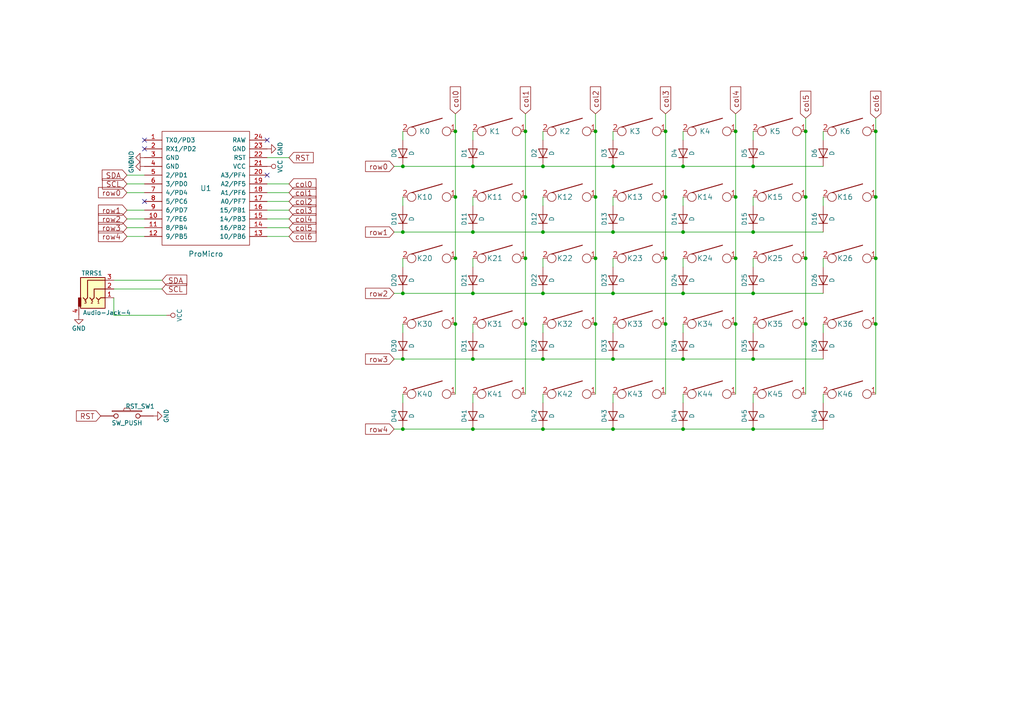
<source format=kicad_sch>
(kicad_sch (version 20211123) (generator eeschema)
  (paper "A4")
  (title_block (title "Redox keyboard (hotswap right)") (date "2018-05-05") (rev "1.0") (comment 1 "designed by Mattia Dal Ben") (comment 2 "https://github.com/mattdibi/redox-keyboard"))
  (lib_symbols
    (symbol "redox_rev1-rescue:Audio-Jack-4" (pin_names (offset 1.016))
      (property "Reference" "J" (at -1.27 2.032 0))
      (property "Value" "Audio-Jack-4" (at 3.048 -9.398 0))
      (symbol "Audio-Jack-4_0_0"
        (rectangle (start -4.572 -8.128) (end 2.54 0.762) (stroke (width 0.254)) (fill (type background)))
        (text "1" (at 0.635 -6.35 0) (effects (font (size 0.762 0.762))))
        (text "2" (at -1.27 -6.35 0) (effects (font (size 0.762 0.762))))
        (text "3" (at -3.175 -6.35 0) (effects (font (size 0.762 0.762))))
      )
      (symbol "Audio-Jack-4_0_1"
        (rectangle (start -4.445 -7.62) (end -5.207 -5.08) (fill (type outline)))
        (polyline (pts (xy 0 -5.08) (xy 0.635 -5.715) (xy 1.27 -5.08) (xy 2.54 -5.08)) (stroke (width 0.254)))
        (polyline (pts (xy -1.905 -5.08) (xy -1.27 -5.715) (xy -0.635 -5.08) (xy -0.635 -2.54) (xy 2.54 -2.54)) (stroke (width 0.254)))
        (polyline (pts (xy 2.54 0) (xy -2.54 0) (xy -2.54 -5.08) (xy -3.175 -5.715) (xy -3.81 -5.08)) (stroke (width 0.254)))
      )
      (symbol "Audio-Jack-4_1_1"
        (pin passive line (at 5.08 -5.08 180) (length 2.54) (name "~") (number "1"))
        (pin passive line (at 5.08 -2.54 180) (length 2.54) (name "~") (number "2"))
        (pin passive line (at 5.08 0 180) (length 2.54) (name "~") (number "3"))
        (pin passive line (at -5.08 -10.16 90) (length 2.54) (name "~") (number "4"))
      )
    )
    (symbol "redox_rev1-rescue:D" (pin_numbers hide) (pin_names (offset 1.016) hide)
      (property "Reference" "D" (at 0 2.54 0))
      (property "Value" "D" (at 0 -2.54 0))
      (symbol "D_0_1"
        (polyline (pts (xy -1.27 1.27) (xy -1.27 -1.27)) (stroke (width 0.2032)))
        (polyline (pts (xy 1.27 0) (xy -1.27 0)))
        (polyline (pts (xy 1.27 1.27) (xy 1.27 -1.27) (xy -1.27 0) (xy 1.27 1.27)) (stroke (width 0.2032)))
      )
      (symbol "D_1_1"
        (pin passive line (at -3.81 0 0) (length 2.54) (name "K") (number "1"))
        (pin passive line (at 3.81 0 180) (length 2.54) (name "A") (number "2"))
      )
    )
    (symbol "redox_rev1-rescue:GND" (power) (pin_names (offset 0))
      (property "Value" "GND" (at 0 -3.81 0))
      (symbol "GND_0_1"
        (polyline (pts (xy 0 0) (xy 0 -1.27) (xy 1.27 -1.27) (xy 0 -2.54) (xy -1.27 -1.27) (xy 0 -1.27)))
      )
      (symbol "GND_1_1"
        (pin power_in line (at 0 0 270) (length 0) hide (name "GND") (number "1"))
      )
    )
    (symbol "redox_rev1-rescue:KEYSW" (pin_names (offset 1.016))
      (property "Reference" "K?" (at -1.27 0 0))
      (symbol "KEYSW_0_1"
        (circle (center -5.08 0) (radius 1.27))
        (polyline (pts (xy -5.08 1.27) (xy 3.81 3.81)) (stroke (width 0.254)))
        (circle (center 5.08 0) (radius 1.27))
      )
      (symbol "KEYSW_1_1"
        (pin passive line (at 7.62 0 180) (length 1.27) (name "~") (number "1"))
        (pin passive line (at -7.62 0 0) (length 1.27) (name "~") (number "2"))
      )
    )
    (symbol "redox_rev1-rescue:ProMicro" (pin_names (offset 1.016))
      (property "Reference" "U" (at 0 0 0))
      (property "Value" "ProMicro" (at 0 -19.05 0))
      (symbol "ProMicro_0_1"
        (rectangle (start -12.7 -16.51) (end 12.7 16.51))
      )
      (symbol "ProMicro_1_1"
        (pin input line (at -17.78 13.97 0) (length 5.08) (name "TX0/PD3") (number "1"))
        (pin input line (at -17.78 -8.89 0) (length 5.08) (name "7/PE6") (number "10"))
        (pin input line (at -17.78 -11.43 0) (length 5.08) (name "8/PB4") (number "11"))
        (pin input line (at -17.78 -13.97 0) (length 5.08) (name "9/PB5") (number "12"))
        (pin input line (at 17.78 -13.97 180) (length 5.08) (name "10/PB6") (number "13"))
        (pin input line (at 17.78 -11.43 180) (length 5.08) (name "16/PB2") (number "14"))
        (pin input line (at 17.78 -8.89 180) (length 5.08) (name "14/PB3") (number "15"))
        (pin input line (at 17.78 -6.35 180) (length 5.08) (name "15/PB1") (number "16"))
        (pin input line (at 17.78 -3.81 180) (length 5.08) (name "A0/PF7") (number "17"))
        (pin input line (at 17.78 -1.27 180) (length 5.08) (name "A1/PF6") (number "18"))
        (pin input line (at 17.78 1.27 180) (length 5.08) (name "A2/PF5") (number "19"))
        (pin input line (at -17.78 11.43 0) (length 5.08) (name "RX1/PD2") (number "2"))
        (pin input line (at 17.78 3.81 180) (length 5.08) (name "A3/PF4") (number "20"))
        (pin input line (at 17.78 6.35 180) (length 5.08) (name "VCC") (number "21"))
        (pin input line (at 17.78 8.89 180) (length 5.08) (name "RST") (number "22"))
        (pin input line (at 17.78 11.43 180) (length 5.08) (name "GND") (number "23"))
        (pin input line (at 17.78 13.97 180) (length 5.08) (name "RAW") (number "24"))
        (pin input line (at -17.78 8.89 0) (length 5.08) (name "GND") (number "3"))
        (pin input line (at -17.78 6.35 0) (length 5.08) (name "GND") (number "4"))
        (pin input line (at -17.78 3.81 0) (length 5.08) (name "2/PD1") (number "5"))
        (pin input line (at -17.78 1.27 0) (length 5.08) (name "3/PD0") (number "6"))
        (pin input line (at -17.78 -1.27 0) (length 5.08) (name "4/PD4") (number "7"))
        (pin input line (at -17.78 -3.81 0) (length 5.08) (name "5/PC6") (number "8"))
        (pin input line (at -17.78 -6.35 0) (length 5.08) (name "6/PD7") (number "9"))
      )
    )
    (symbol "redox_rev1-rescue:SW_PUSH" (pin_numbers hide) (pin_names (offset 1.016) hide)
      (property "Reference" "SW" (at 3.81 2.794 0))
      (property "Value" "SW_PUSH" (at 0 -2.032 0))
      (symbol "SW_PUSH_0_1"
        (rectangle (start -4.318 1.27) (end 4.318 1.524))
        (polyline (pts (xy -1.016 1.524) (xy -0.762 2.286) (xy 0.762 2.286) (xy 1.016 1.524)))
        (pin passive inverted (at -7.62 0 0) (length 5.08) (name "1") (number "1"))
        (pin passive inverted (at 7.62 0 180) (length 5.08) (name "2") (number "2"))
      )
    )
    (symbol "redox_rev1-rescue:VCC" (power) (pin_names (offset 0))
      (property "Value" "VCC" (at 0 3.81 0))
      (symbol "VCC_0_1"
        (polyline (pts (xy 0 0) (xy 0 1.27)))
        (circle (center 0 1.905) (radius 0.635))
      )
      (symbol "VCC_1_1"
        (pin power_in line (at 0 0 90) (length 0) hide (name "VCC") (number "1"))
      )
    )
  )
  (junction (at 233.68 74.93))
  (junction (at 193.04 74.93))
  (junction (at 218.44 124.46))
  (junction (at 254 74.93))
  (junction (at 137.16 104.14))
  (junction (at 157.48 85.09))
  (junction (at 172.72 93.98))
  (junction (at 172.72 57.15))
  (junction (at 132.08 38.1))
  (junction (at 137.16 67.31))
  (junction (at 198.12 67.31))
  (junction (at 177.8 67.31))
  (junction (at 254 38.1))
  (junction (at 177.8 104.14))
  (junction (at 152.4 38.1))
  (junction (at 177.8 85.09))
  (junction (at 116.84 67.31))
  (junction (at 218.44 67.31))
  (junction (at 254 57.15))
  (junction (at 177.8 48.26))
  (junction (at 233.68 57.15))
  (junction (at 233.68 38.1))
  (junction (at 157.48 48.26))
  (junction (at 152.4 74.93))
  (junction (at 157.48 124.46))
  (junction (at 193.04 93.98))
  (junction (at 177.8 124.46))
  (junction (at 213.36 38.1))
  (junction (at 137.16 48.26))
  (junction (at 233.68 93.98))
  (junction (at 132.08 74.93))
  (junction (at 213.36 93.98))
  (junction (at 254 93.98))
  (junction (at 172.72 38.1))
  (junction (at 218.44 85.09))
  (junction (at 137.16 124.46))
  (junction (at 218.44 104.14))
  (junction (at 213.36 74.93))
  (junction (at 198.12 124.46))
  (junction (at 132.08 57.15))
  (junction (at 116.84 85.09))
  (junction (at 198.12 85.09))
  (junction (at 132.08 93.98))
  (junction (at 157.48 67.31))
  (junction (at 157.48 104.14))
  (junction (at 193.04 38.1))
  (junction (at 116.84 104.14))
  (junction (at 198.12 48.26))
  (junction (at 152.4 93.98))
  (junction (at 137.16 85.09))
  (junction (at 116.84 48.26))
  (junction (at 172.72 74.93))
  (junction (at 213.36 57.15))
  (junction (at 193.04 57.15))
  (junction (at 116.84 124.46))
  (junction (at 152.4 57.15))
  (junction (at 198.12 104.14))
  (junction (at 218.44 48.26))
  (no_connect (at 77.47 50.8))
  (no_connect (at 41.91 58.42))
  (no_connect (at 41.91 40.64))
  (no_connect (at 77.47 40.64))
  (no_connect (at 41.91 43.18))
  (wire (pts (xy 77.47 58.42) (xy 83.82 58.42)))
  (wire (pts (xy 33.02 81.28) (xy 46.99 81.28)))
  (wire (pts (xy 213.36 33.02) (xy 213.36 38.1)))
  (wire (pts (xy 33.02 86.36) (xy 33.02 91.44)))
  (wire (pts (xy 218.44 93.98) (xy 218.44 96.52)))
  (wire (pts (xy 137.16 67.31) (xy 157.48 67.31)))
  (wire (pts (xy 137.16 93.98) (xy 137.16 96.52)))
  (wire (pts (xy 132.08 38.1) (xy 132.08 57.15)))
  (wire (pts (xy 198.12 38.1) (xy 198.12 40.64)))
  (wire (pts (xy 177.8 67.31) (xy 198.12 67.31)))
  (wire (pts (xy 233.68 34.29) (xy 233.68 38.1)))
  (wire (pts (xy 177.8 48.26) (xy 198.12 48.26)))
  (wire (pts (xy 33.02 91.44) (xy 48.26 91.44)))
  (wire (pts (xy 177.8 93.98) (xy 177.8 96.52)))
  (wire (pts (xy 132.08 74.93) (xy 132.08 93.98)))
  (wire (pts (xy 137.16 85.09) (xy 157.48 85.09)))
  (wire (pts (xy 177.8 124.46) (xy 198.12 124.46)))
  (wire (pts (xy 77.47 68.58) (xy 83.82 68.58)))
  (wire (pts (xy 116.84 38.1) (xy 116.84 40.64)))
  (wire (pts (xy 116.84 124.46) (xy 137.16 124.46)))
  (wire (pts (xy 77.47 63.5) (xy 83.82 63.5)))
  (wire (pts (xy 152.4 74.93) (xy 152.4 93.98)))
  (wire (pts (xy 254 57.15) (xy 254 74.93)))
  (wire (pts (xy 152.4 57.15) (xy 152.4 74.93)))
  (wire (pts (xy 198.12 85.09) (xy 218.44 85.09)))
  (wire (pts (xy 114.3 104.14) (xy 116.84 104.14)))
  (wire (pts (xy 254 34.29) (xy 254 38.1)))
  (wire (pts (xy 193.04 57.15) (xy 193.04 74.93)))
  (wire (pts (xy 137.16 104.14) (xy 157.48 104.14)))
  (wire (pts (xy 218.44 114.3) (xy 218.44 116.84)))
  (wire (pts (xy 177.8 74.93) (xy 177.8 77.47)))
  (wire (pts (xy 218.44 85.09) (xy 238.76 85.09)))
  (wire (pts (xy 238.76 93.98) (xy 238.76 96.52)))
  (wire (pts (xy 36.83 68.58) (xy 41.91 68.58)))
  (wire (pts (xy 152.4 38.1) (xy 152.4 57.15)))
  (wire (pts (xy 238.76 74.93) (xy 238.76 77.47)))
  (wire (pts (xy 132.08 93.98) (xy 132.08 114.3)))
  (wire (pts (xy 254 74.93) (xy 254 93.98)))
  (wire (pts (xy 116.84 114.3) (xy 116.84 116.84)))
  (wire (pts (xy 172.72 93.98) (xy 172.72 114.3)))
  (wire (pts (xy 193.04 38.1) (xy 193.04 57.15)))
  (wire (pts (xy 218.44 48.26) (xy 238.76 48.26)))
  (wire (pts (xy 213.36 74.93) (xy 213.36 93.98)))
  (wire (pts (xy 238.76 38.1) (xy 238.76 40.64)))
  (wire (pts (xy 157.48 67.31) (xy 177.8 67.31)))
  (wire (pts (xy 172.72 38.1) (xy 172.72 57.15)))
  (wire (pts (xy 254 38.1) (xy 254 57.15)))
  (wire (pts (xy 77.47 53.34) (xy 83.82 53.34)))
  (wire (pts (xy 177.8 104.14) (xy 198.12 104.14)))
  (wire (pts (xy 218.44 67.31) (xy 238.76 67.31)))
  (wire (pts (xy 116.84 93.98) (xy 116.84 96.52)))
  (wire (pts (xy 177.8 85.09) (xy 198.12 85.09)))
  (wire (pts (xy 116.84 67.31) (xy 137.16 67.31)))
  (wire (pts (xy 137.16 38.1) (xy 137.16 40.64)))
  (wire (pts (xy 193.04 93.98) (xy 193.04 114.3)))
  (wire (pts (xy 193.04 74.93) (xy 193.04 93.98)))
  (wire (pts (xy 36.83 50.8) (xy 41.91 50.8)))
  (wire (pts (xy 218.44 124.46) (xy 238.76 124.46)))
  (wire (pts (xy 116.84 74.93) (xy 116.84 77.47)))
  (wire (pts (xy 116.84 48.26) (xy 137.16 48.26)))
  (wire (pts (xy 36.83 63.5) (xy 41.91 63.5)))
  (wire (pts (xy 36.83 55.88) (xy 41.91 55.88)))
  (wire (pts (xy 114.3 67.31) (xy 116.84 67.31)))
  (wire (pts (xy 157.48 74.93) (xy 157.48 77.47)))
  (wire (pts (xy 218.44 104.14) (xy 238.76 104.14)))
  (wire (pts (xy 137.16 114.3) (xy 137.16 116.84)))
  (wire (pts (xy 198.12 57.15) (xy 198.12 59.69)))
  (wire (pts (xy 157.48 104.14) (xy 177.8 104.14)))
  (wire (pts (xy 172.72 33.02) (xy 172.72 38.1)))
  (wire (pts (xy 114.3 85.09) (xy 116.84 85.09)))
  (wire (pts (xy 137.16 74.93) (xy 137.16 77.47)))
  (wire (pts (xy 114.3 48.26) (xy 116.84 48.26)))
  (wire (pts (xy 36.83 53.34) (xy 41.91 53.34)))
  (wire (pts (xy 132.08 57.15) (xy 132.08 74.93)))
  (wire (pts (xy 198.12 114.3) (xy 198.12 116.84)))
  (wire (pts (xy 36.83 66.04) (xy 41.91 66.04)))
  (wire (pts (xy 193.04 33.02) (xy 193.04 38.1)))
  (wire (pts (xy 157.48 93.98) (xy 157.48 96.52)))
  (wire (pts (xy 116.84 85.09) (xy 137.16 85.09)))
  (wire (pts (xy 157.48 85.09) (xy 177.8 85.09)))
  (wire (pts (xy 177.8 114.3) (xy 177.8 116.84)))
  (wire (pts (xy 114.3 124.46) (xy 116.84 124.46)))
  (wire (pts (xy 238.76 57.15) (xy 238.76 59.69)))
  (wire (pts (xy 77.47 45.72) (xy 83.82 45.72)))
  (wire (pts (xy 213.36 93.98) (xy 213.36 114.3)))
  (wire (pts (xy 77.47 60.96) (xy 83.82 60.96)))
  (wire (pts (xy 137.16 48.26) (xy 157.48 48.26)))
  (wire (pts (xy 33.02 83.82) (xy 46.99 83.82)))
  (wire (pts (xy 77.47 66.04) (xy 83.82 66.04)))
  (wire (pts (xy 233.68 74.93) (xy 233.68 93.98)))
  (wire (pts (xy 238.76 114.3) (xy 238.76 116.84)))
  (wire (pts (xy 36.83 60.96) (xy 41.91 60.96)))
  (wire (pts (xy 218.44 57.15) (xy 218.44 59.69)))
  (wire (pts (xy 177.8 38.1) (xy 177.8 40.64)))
  (wire (pts (xy 213.36 57.15) (xy 213.36 74.93)))
  (wire (pts (xy 177.8 57.15) (xy 177.8 59.69)))
  (wire (pts (xy 137.16 57.15) (xy 137.16 59.69)))
  (wire (pts (xy 157.48 114.3) (xy 157.48 116.84)))
  (wire (pts (xy 233.68 93.98) (xy 233.68 114.3)))
  (wire (pts (xy 116.84 57.15) (xy 116.84 59.69)))
  (wire (pts (xy 116.84 104.14) (xy 137.16 104.14)))
  (wire (pts (xy 77.47 55.88) (xy 83.82 55.88)))
  (wire (pts (xy 152.4 93.98) (xy 152.4 114.3)))
  (wire (pts (xy 137.16 124.46) (xy 157.48 124.46)))
  (wire (pts (xy 198.12 124.46) (xy 218.44 124.46)))
  (wire (pts (xy 218.44 74.93) (xy 218.44 77.47)))
  (wire (pts (xy 233.68 38.1) (xy 233.68 57.15)))
  (wire (pts (xy 157.48 48.26) (xy 177.8 48.26)))
  (wire (pts (xy 157.48 57.15) (xy 157.48 59.69)))
  (wire (pts (xy 152.4 33.02) (xy 152.4 38.1)))
  (wire (pts (xy 254 93.98) (xy 254 114.3)))
  (wire (pts (xy 233.68 57.15) (xy 233.68 74.93)))
  (wire (pts (xy 157.48 38.1) (xy 157.48 40.64)))
  (wire (pts (xy 132.08 33.02) (xy 132.08 38.1)))
  (wire (pts (xy 218.44 38.1) (xy 218.44 40.64)))
  (wire (pts (xy 213.36 38.1) (xy 213.36 57.15)))
  (wire (pts (xy 198.12 67.31) (xy 218.44 67.31)))
  (wire (pts (xy 172.72 74.93) (xy 172.72 93.98)))
  (wire (pts (xy 198.12 74.93) (xy 198.12 77.47)))
  (wire (pts (xy 198.12 104.14) (xy 218.44 104.14)))
  (wire (pts (xy 157.48 124.46) (xy 177.8 124.46)))
  (wire (pts (xy 198.12 48.26) (xy 218.44 48.26)))
  (wire (pts (xy 172.72 57.15) (xy 172.72 74.93)))
  (wire (pts (xy 198.12 93.98) (xy 198.12 96.52)))
  (global_label "col6" (shape input) (at 254 34.29 90) (effects (font (size 1.524 1.524))) (property "Intersheet References" "${INTERSHEET_REFS}" (effects hide)))
  (global_label "row2" (shape input) (at 114.3 85.09 180) (effects (font (size 1.524 1.524))) (property "Intersheet References" "${INTERSHEET_REFS}" (effects hide)))
  (global_label "row4" (shape input) (at 114.3 124.46 180) (effects (font (size 1.524 1.524))) (property "Intersheet References" "${INTERSHEET_REFS}" (effects hide)))
  (global_label "col5" (shape input) (at 233.68 34.29 90) (effects (font (size 1.524 1.524))) (property "Intersheet References" "${INTERSHEET_REFS}" (effects hide)))
  (global_label "SDA" (shape input) (at 46.99 81.28 0) (effects (font (size 1.524 1.524))) (property "Intersheet References" "${INTERSHEET_REFS}" (effects hide)))
  (global_label "col0" (shape input) (at 132.08 33.02 90) (effects (font (size 1.524 1.524))) (property "Intersheet References" "${INTERSHEET_REFS}" (effects hide)))
  (global_label "row0" (shape input) (at 36.83 55.88 180) (effects (font (size 1.524 1.524))) (property "Intersheet References" "${INTERSHEET_REFS}" (effects hide)))
  (global_label "col1" (shape input) (at 83.82 55.88 0) (effects (font (size 1.524 1.524))) (property "Intersheet References" "${INTERSHEET_REFS}" (effects hide)))
  (global_label "RST" (shape input) (at 83.82 45.72 0) (effects (font (size 1.524 1.524))) (property "Intersheet References" "${INTERSHEET_REFS}" (effects hide)))
  (global_label "row2" (shape input) (at 36.83 63.5 180) (effects (font (size 1.524 1.524))) (property "Intersheet References" "${INTERSHEET_REFS}" (effects hide)))
  (global_label "col4" (shape input) (at 213.36 33.02 90) (effects (font (size 1.524 1.524))) (property "Intersheet References" "${INTERSHEET_REFS}" (effects hide)))
  (global_label "row3" (shape input) (at 36.83 66.04 180) (effects (font (size 1.524 1.524))) (property "Intersheet References" "${INTERSHEET_REFS}" (effects hide)))
  (global_label "col4" (shape input) (at 83.82 63.5 0) (effects (font (size 1.524 1.524))) (property "Intersheet References" "${INTERSHEET_REFS}" (effects hide)))
  (global_label "SCL" (shape input) (at 36.83 53.34 180) (effects (font (size 1.524 1.524))) (property "Intersheet References" "${INTERSHEET_REFS}" (effects hide)))
  (global_label "row0" (shape input) (at 114.3 48.26 180) (effects (font (size 1.524 1.524))) (property "Intersheet References" "${INTERSHEET_REFS}" (effects hide)))
  (global_label "col2" (shape input) (at 172.72 33.02 90) (effects (font (size 1.524 1.524))) (property "Intersheet References" "${INTERSHEET_REFS}" (effects hide)))
  (global_label "col3" (shape input) (at 193.04 33.02 90) (effects (font (size 1.524 1.524))) (property "Intersheet References" "${INTERSHEET_REFS}" (effects hide)))
  (global_label "col5" (shape input) (at 83.82 66.04 0) (effects (font (size 1.524 1.524))) (property "Intersheet References" "${INTERSHEET_REFS}" (effects hide)))
  (global_label "col0" (shape input) (at 83.82 53.34 0) (effects (font (size 1.524 1.524))) (property "Intersheet References" "${INTERSHEET_REFS}" (effects hide)))
  (global_label "row3" (shape input) (at 114.3 104.14 180) (effects (font (size 1.524 1.524))) (property "Intersheet References" "${INTERSHEET_REFS}" (effects hide)))
  (global_label "col2" (shape input) (at 83.82 58.42 0) (effects (font (size 1.524 1.524))) (property "Intersheet References" "${INTERSHEET_REFS}" (effects hide)))
  (global_label "col1" (shape input) (at 152.4 33.02 90) (effects (font (size 1.524 1.524))) (property "Intersheet References" "${INTERSHEET_REFS}" (effects hide)))
  (global_label "row4" (shape input) (at 36.83 68.58 180) (effects (font (size 1.524 1.524))) (property "Intersheet References" "${INTERSHEET_REFS}" (effects hide)))
  (global_label "col6" (shape input) (at 83.82 68.58 0) (effects (font (size 1.524 1.524))) (property "Intersheet References" "${INTERSHEET_REFS}" (effects hide)))
  (global_label "RST" (shape input) (at 29.21 120.65 180) (effects (font (size 1.524 1.524))) (property "Intersheet References" "${INTERSHEET_REFS}" (effects hide)))
  (global_label "SCL" (shape input) (at 46.99 83.82 0) (effects (font (size 1.524 1.524))) (property "Intersheet References" "${INTERSHEET_REFS}" (effects hide)))
  (global_label "row1" (shape input) (at 36.83 60.96 180) (effects (font (size 1.524 1.524))) (property "Intersheet References" "${INTERSHEET_REFS}" (effects hide)))
  (global_label "col3" (shape input) (at 83.82 60.96 0) (effects (font (size 1.524 1.524))) (property "Intersheet References" "${INTERSHEET_REFS}" (effects hide)))
  (global_label "SDA" (shape input) (at 36.83 50.8 180) (effects (font (size 1.524 1.524))) (property "Intersheet References" "${INTERSHEET_REFS}" (effects hide)))
  (global_label "row1" (shape input) (at 114.3 67.31 180) (effects (font (size 1.524 1.524))) (property "Intersheet References" "${INTERSHEET_REFS}" (effects hide)))
  (symbol (lib_id "redox_rev1-rescue:ProMicro") (at 59.69 54.61 0) (unit 1)
    (property "Reference" "U1" (at 59.69 54.61 0) (effects (font (size 1.524 1.524))))
    (property "Value" "ProMicro" (at 59.69 73.66 0) (effects (font (size 1.524 1.524))))
    (property "Footprint" "redox_footprints:ArduinoProMicro" (effects hide))
  )
  (symbol (lib_id "redox_rev1-rescue:Audio-Jack-4") (at 27.94 81.28 0) (unit 1)
    (property "Reference" "TRRS1" (at 26.67 79.248 0))
    (property "Value" "Audio-Jack-4" (at 30.988 90.678 0))
    (property "Footprint" "redox_footprints:TRRS-PJ-320A-dual" (effects hide))
  )
  (symbol (lib_id "redox_rev1-rescue:SW_PUSH") (at 36.83 120.65 0) (unit 1)
    (property "Reference" "RST_SW1" (at 40.64 117.856 0))
    (property "Value" "SW_PUSH" (at 36.83 122.682 0))
    (property "Footprint" "redox_footprints:SW_PUSH_6mm_h4.3mm" (effects hide))
  )
  (symbol (lib_id "redox_rev1-rescue:GND") (at 77.47 43.18 90) (unit 1)
    (property "Reference" "#PWR01" (effects hide))
    (property "Value" "GND" (at 81.28 43.18 0))
  )
  (symbol (lib_id "redox_rev1-rescue:VCC") (at 77.47 48.26 270) (unit 1)
    (property "Reference" "#PWR02" (effects hide))
    (property "Value" "VCC" (at 81.28 48.26 0))
  )
  (symbol (lib_id "redox_rev1-rescue:KEYSW") (at 124.46 38.1 0) (unit 1)
    (property "Reference" "K0" (at 123.19 38.1 0) (effects (font (size 1.524 1.524))))
    (property "Value" "KEYSW" (effects hide))
    (property "Footprint" "redox_footprints:Kailh_socket_MX" (effects hide))
  )
  (symbol (lib_id "redox_rev1-rescue:D") (at 116.84 44.45 90) (unit 1)
    (property "Reference" "D0" (at 114.3 44.45 0))
    (property "Value" "D" (at 119.38 44.45 0))
    (property "Footprint" "redox_footprints:Diode-smd-via" (effects hide))
  )
  (symbol (lib_id "redox_rev1-rescue:GND") (at 22.86 91.44 0) (unit 1)
    (property "Reference" "#PWR03" (effects hide))
    (property "Value" "GND" (at 22.86 95.25 0))
  )
  (symbol (lib_id "redox_rev1-rescue:GND") (at 44.45 120.65 90) (unit 1)
    (property "Reference" "#PWR06" (effects hide))
    (property "Value" "GND" (at 48.26 120.65 0))
  )
  (symbol (lib_id "redox_rev1-rescue:KEYSW") (at 144.78 38.1 0) (unit 1)
    (property "Reference" "K1" (at 143.51 38.1 0) (effects (font (size 1.524 1.524))))
    (property "Value" "KEYSW" (effects hide))
    (property "Footprint" "redox_footprints:Kailh_socket_MX" (effects hide))
  )
  (symbol (lib_id "redox_rev1-rescue:D") (at 137.16 44.45 90) (unit 1)
    (property "Reference" "D1" (at 134.62 44.45 0))
    (property "Value" "D" (at 139.7 44.45 0))
    (property "Footprint" "redox_footprints:Diode-smd-via" (effects hide))
  )
  (symbol (lib_id "redox_rev1-rescue:GND") (at 41.91 45.72 270) (unit 1)
    (property "Reference" "#PWR07" (effects hide))
    (property "Value" "GND" (at 38.1 45.72 0))
  )
  (symbol (lib_id "redox_rev1-rescue:GND") (at 41.91 48.26 270) (unit 1)
    (property "Reference" "#PWR08" (effects hide))
    (property "Value" "GND" (at 38.1 48.26 0))
  )
  (symbol (lib_id "redox_rev1-rescue:KEYSW") (at 165.1 38.1 0) (unit 1)
    (property "Reference" "K2" (at 163.83 38.1 0) (effects (font (size 1.524 1.524))))
    (property "Value" "KEYSW" (effects hide))
    (property "Footprint" "redox_footprints:Kailh_socket_MX" (effects hide))
  )
  (symbol (lib_id "redox_rev1-rescue:D") (at 157.48 44.45 90) (unit 1)
    (property "Reference" "D2" (at 154.94 44.45 0))
    (property "Value" "D" (at 160.02 44.45 0))
    (property "Footprint" "redox_footprints:Diode-smd-via" (effects hide))
  )
  (symbol (lib_id "redox_rev1-rescue:KEYSW") (at 185.42 38.1 0) (unit 1)
    (property "Reference" "K3" (at 184.15 38.1 0) (effects (font (size 1.524 1.524))))
    (property "Value" "KEYSW" (effects hide))
    (property "Footprint" "redox_footprints:Kailh_socket_MX" (effects hide))
  )
  (symbol (lib_id "redox_rev1-rescue:D") (at 177.8 44.45 90) (unit 1)
    (property "Reference" "D3" (at 175.26 44.45 0))
    (property "Value" "D" (at 180.34 44.45 0))
    (property "Footprint" "redox_footprints:Diode-smd-via" (effects hide))
  )
  (symbol (lib_id "redox_rev1-rescue:KEYSW") (at 205.74 38.1 0) (unit 1)
    (property "Reference" "K4" (at 204.47 38.1 0) (effects (font (size 1.524 1.524))))
    (property "Value" "KEYSW" (effects hide))
    (property "Footprint" "redox_footprints:Kailh_socket_MX" (effects hide))
  )
  (symbol (lib_id "redox_rev1-rescue:D") (at 198.12 44.45 90) (unit 1)
    (property "Reference" "D4" (at 195.58 44.45 0))
    (property "Value" "D" (at 200.66 44.45 0))
    (property "Footprint" "redox_footprints:Diode-smd-via" (effects hide))
  )
  (symbol (lib_id "redox_rev1-rescue:KEYSW") (at 226.06 38.1 0) (unit 1)
    (property "Reference" "K5" (at 224.79 38.1 0) (effects (font (size 1.524 1.524))))
    (property "Value" "KEYSW" (effects hide))
    (property "Footprint" "redox_footprints:Kailh_socket_MX" (effects hide))
  )
  (symbol (lib_id "redox_rev1-rescue:D") (at 218.44 44.45 90) (unit 1)
    (property "Reference" "D5" (at 215.9 44.45 0))
    (property "Value" "D" (at 220.98 44.45 0))
    (property "Footprint" "redox_footprints:Diode-smd-via" (effects hide))
  )
  (symbol (lib_id "redox_rev1-rescue:KEYSW") (at 246.38 38.1 0) (unit 1)
    (property "Reference" "K6" (at 245.11 38.1 0) (effects (font (size 1.524 1.524))))
    (property "Value" "KEYSW" (effects hide))
    (property "Footprint" "redox_footprints:Kailh_socket_MX" (effects hide))
  )
  (symbol (lib_id "redox_rev1-rescue:D") (at 238.76 44.45 90) (unit 1)
    (property "Reference" "D6" (at 236.22 44.45 0))
    (property "Value" "D" (at 241.3 44.45 0))
    (property "Footprint" "redox_footprints:Diode-smd-via" (effects hide))
  )
  (symbol (lib_id "redox_rev1-rescue:KEYSW") (at 124.46 57.15 0) (unit 1)
    (property "Reference" "K10" (at 123.19 57.15 0) (effects (font (size 1.524 1.524))))
    (property "Value" "KEYSW" (effects hide))
    (property "Footprint" "redox_footprints:Kailh_socket_MX" (effects hide))
  )
  (symbol (lib_id "redox_rev1-rescue:D") (at 116.84 63.5 90) (unit 1)
    (property "Reference" "D10" (at 114.3 63.5 0))
    (property "Value" "D" (at 119.38 63.5 0))
    (property "Footprint" "redox_footprints:Diode-smd-via" (effects hide))
  )
  (symbol (lib_id "redox_rev1-rescue:KEYSW") (at 144.78 57.15 0) (unit 1)
    (property "Reference" "K11" (at 143.51 57.15 0) (effects (font (size 1.524 1.524))))
    (property "Value" "KEYSW" (effects hide))
    (property "Footprint" "redox_footprints:Kailh_socket_MX" (effects hide))
  )
  (symbol (lib_id "redox_rev1-rescue:D") (at 137.16 63.5 90) (unit 1)
    (property "Reference" "D11" (at 134.62 63.5 0))
    (property "Value" "D" (at 139.7 63.5 0))
    (property "Footprint" "redox_footprints:Diode-smd-via" (effects hide))
  )
  (symbol (lib_id "redox_rev1-rescue:KEYSW") (at 165.1 57.15 0) (unit 1)
    (property "Reference" "K12" (at 163.83 57.15 0) (effects (font (size 1.524 1.524))))
    (property "Value" "KEYSW" (effects hide))
    (property "Footprint" "redox_footprints:Kailh_socket_MX" (effects hide))
  )
  (symbol (lib_id "redox_rev1-rescue:D") (at 157.48 63.5 90) (unit 1)
    (property "Reference" "D12" (at 154.94 63.5 0))
    (property "Value" "D" (at 160.02 63.5 0))
    (property "Footprint" "redox_footprints:Diode-smd-via" (effects hide))
  )
  (symbol (lib_id "redox_rev1-rescue:KEYSW") (at 185.42 57.15 0) (unit 1)
    (property "Reference" "K13" (at 184.15 57.15 0) (effects (font (size 1.524 1.524))))
    (property "Value" "KEYSW" (effects hide))
    (property "Footprint" "redox_footprints:Kailh_socket_MX" (effects hide))
  )
  (symbol (lib_id "redox_rev1-rescue:D") (at 177.8 63.5 90) (unit 1)
    (property "Reference" "D13" (at 175.26 63.5 0))
    (property "Value" "D" (at 180.34 63.5 0))
    (property "Footprint" "redox_footprints:Diode-smd-via" (effects hide))
  )
  (symbol (lib_id "redox_rev1-rescue:KEYSW") (at 205.74 57.15 0) (unit 1)
    (property "Reference" "K14" (at 204.47 57.15 0) (effects (font (size 1.524 1.524))))
    (property "Value" "KEYSW" (effects hide))
    (property "Footprint" "redox_footprints:Kailh_socket_MX" (effects hide))
  )
  (symbol (lib_id "redox_rev1-rescue:D") (at 198.12 63.5 90) (unit 1)
    (property "Reference" "D14" (at 195.58 63.5 0))
    (property "Value" "D" (at 200.66 63.5 0))
    (property "Footprint" "redox_footprints:Diode-smd-via" (effects hide))
  )
  (symbol (lib_id "redox_rev1-rescue:KEYSW") (at 226.06 57.15 0) (unit 1)
    (property "Reference" "K15" (at 224.79 57.15 0) (effects (font (size 1.524 1.524))))
    (property "Value" "KEYSW" (effects hide))
    (property "Footprint" "redox_footprints:Kailh_socket_MX" (effects hide))
  )
  (symbol (lib_id "redox_rev1-rescue:D") (at 218.44 63.5 90) (unit 1)
    (property "Reference" "D15" (at 215.9 63.5 0))
    (property "Value" "D" (at 220.98 63.5 0))
    (property "Footprint" "redox_footprints:Diode-smd-via" (effects hide))
  )
  (symbol (lib_id "redox_rev1-rescue:KEYSW") (at 246.38 57.15 0) (unit 1)
    (property "Reference" "K16" (at 245.11 57.15 0) (effects (font (size 1.524 1.524))))
    (property "Value" "KEYSW" (effects hide))
    (property "Footprint" "redox_footprints:Kailh_socket_MX" (effects hide))
  )
  (symbol (lib_id "redox_rev1-rescue:D") (at 238.76 63.5 90) (unit 1)
    (property "Reference" "D16" (at 236.22 63.5 0))
    (property "Value" "D" (at 241.3 63.5 0))
    (property "Footprint" "redox_footprints:Diode-smd-via" (effects hide))
  )
  (symbol (lib_id "redox_rev1-rescue:KEYSW") (at 124.46 74.93 0) (unit 1)
    (property "Reference" "K20" (at 123.19 74.93 0) (effects (font (size 1.524 1.524))))
    (property "Value" "KEYSW" (effects hide))
    (property "Footprint" "redox_footprints:Kailh_socket_MX" (effects hide))
  )
  (symbol (lib_id "redox_rev1-rescue:D") (at 116.84 81.28 90) (unit 1)
    (property "Reference" "D20" (at 114.3 81.28 0))
    (property "Value" "D" (at 119.38 81.28 0))
    (property "Footprint" "redox_footprints:Diode-smd-via" (effects hide))
  )
  (symbol (lib_id "redox_rev1-rescue:KEYSW") (at 144.78 74.93 0) (unit 1)
    (property "Reference" "K21" (at 143.51 74.93 0) (effects (font (size 1.524 1.524))))
    (property "Value" "KEYSW" (effects hide))
    (property "Footprint" "redox_footprints:Kailh_socket_MX" (effects hide))
  )
  (symbol (lib_id "redox_rev1-rescue:D") (at 137.16 81.28 90) (unit 1)
    (property "Reference" "D21" (at 134.62 81.28 0))
    (property "Value" "D" (at 139.7 81.28 0))
    (property "Footprint" "redox_footprints:Diode-smd-via" (effects hide))
  )
  (symbol (lib_id "redox_rev1-rescue:KEYSW") (at 165.1 74.93 0) (unit 1)
    (property "Reference" "K22" (at 163.83 74.93 0) (effects (font (size 1.524 1.524))))
    (property "Value" "KEYSW" (effects hide))
    (property "Footprint" "redox_footprints:Kailh_socket_MX" (effects hide))
  )
  (symbol (lib_id "redox_rev1-rescue:D") (at 157.48 81.28 90) (unit 1)
    (property "Reference" "D22" (at 154.94 81.28 0))
    (property "Value" "D" (at 160.02 81.28 0))
    (property "Footprint" "redox_footprints:Diode-smd-via" (effects hide))
  )
  (symbol (lib_id "redox_rev1-rescue:KEYSW") (at 185.42 74.93 0) (unit 1)
    (property "Reference" "K23" (at 184.15 74.93 0) (effects (font (size 1.524 1.524))))
    (property "Value" "KEYSW" (effects hide))
    (property "Footprint" "redox_footprints:Kailh_socket_MX" (effects hide))
  )
  (symbol (lib_id "redox_rev1-rescue:D") (at 177.8 81.28 90) (unit 1)
    (property "Reference" "D23" (at 175.26 81.28 0))
    (property "Value" "D" (at 180.34 81.28 0))
    (property "Footprint" "redox_footprints:Diode-smd-via" (effects hide))
  )
  (symbol (lib_id "redox_rev1-rescue:KEYSW") (at 205.74 74.93 0) (unit 1)
    (property "Reference" "K24" (at 204.47 74.93 0) (effects (font (size 1.524 1.524))))
    (property "Value" "KEYSW" (effects hide))
    (property "Footprint" "redox_footprints:Kailh_socket_MX" (effects hide))
  )
  (symbol (lib_id "redox_rev1-rescue:D") (at 198.12 81.28 90) (unit 1)
    (property "Reference" "D24" (at 195.58 81.28 0))
    (property "Value" "D" (at 200.66 81.28 0))
    (property "Footprint" "redox_footprints:Diode-smd-via" (effects hide))
  )
  (symbol (lib_id "redox_rev1-rescue:KEYSW") (at 226.06 74.93 0) (unit 1)
    (property "Reference" "K25" (at 224.79 74.93 0) (effects (font (size 1.524 1.524))))
    (property "Value" "KEYSW" (effects hide))
    (property "Footprint" "redox_footprints:Kailh_socket_MX" (effects hide))
  )
  (symbol (lib_id "redox_rev1-rescue:D") (at 218.44 81.28 90) (unit 1)
    (property "Reference" "D25" (at 215.9 81.28 0))
    (property "Value" "D" (at 220.98 81.28 0))
    (property "Footprint" "redox_footprints:Diode-smd-via" (effects hide))
  )
  (symbol (lib_id "redox_rev1-rescue:KEYSW") (at 246.38 74.93 0) (unit 1)
    (property "Reference" "K26" (at 245.11 74.93 0) (effects (font (size 1.524 1.524))))
    (property "Value" "KEYSW" (effects hide))
    (property "Footprint" "redox_footprints:Kailh_socket_MX" (effects hide))
  )
  (symbol (lib_id "redox_rev1-rescue:D") (at 238.76 81.28 90) (unit 1)
    (property "Reference" "D26" (at 236.22 81.28 0))
    (property "Value" "D" (at 241.3 81.28 0))
    (property "Footprint" "redox_footprints:Diode-smd-via" (effects hide))
  )
  (symbol (lib_id "redox_rev1-rescue:KEYSW") (at 124.46 93.98 0) (unit 1)
    (property "Reference" "K30" (at 123.19 93.98 0) (effects (font (size 1.524 1.524))))
    (property "Value" "KEYSW" (effects hide))
    (property "Footprint" "redox_footprints:Kailh_socket_MX" (effects hide))
  )
  (symbol (lib_id "redox_rev1-rescue:D") (at 116.84 100.33 90) (unit 1)
    (property "Reference" "D30" (at 114.3 100.33 0))
    (property "Value" "D" (at 119.38 100.33 0))
    (property "Footprint" "redox_footprints:Diode-smd-via" (effects hide))
  )
  (symbol (lib_id "redox_rev1-rescue:KEYSW") (at 144.78 93.98 0) (unit 1)
    (property "Reference" "K31" (at 143.51 93.98 0) (effects (font (size 1.524 1.524))))
    (property "Value" "KEYSW" (effects hide))
    (property "Footprint" "redox_footprints:Kailh_socket_MX" (effects hide))
  )
  (symbol (lib_id "redox_rev1-rescue:D") (at 137.16 100.33 90) (unit 1)
    (property "Reference" "D31" (at 134.62 100.33 0))
    (property "Value" "D" (at 139.7 100.33 0))
    (property "Footprint" "redox_footprints:Diode-smd-via" (effects hide))
  )
  (symbol (lib_id "redox_rev1-rescue:KEYSW") (at 165.1 93.98 0) (unit 1)
    (property "Reference" "K32" (at 163.83 93.98 0) (effects (font (size 1.524 1.524))))
    (property "Value" "KEYSW" (effects hide))
    (property "Footprint" "redox_footprints:Kailh_socket_MX" (effects hide))
  )
  (symbol (lib_id "redox_rev1-rescue:D") (at 157.48 100.33 90) (unit 1)
    (property "Reference" "D32" (at 154.94 100.33 0))
    (property "Value" "D" (at 160.02 100.33 0))
    (property "Footprint" "redox_footprints:Diode-smd-via" (effects hide))
  )
  (symbol (lib_id "redox_rev1-rescue:KEYSW") (at 185.42 93.98 0) (unit 1)
    (property "Reference" "K33" (at 184.15 93.98 0) (effects (font (size 1.524 1.524))))
    (property "Value" "KEYSW" (effects hide))
    (property "Footprint" "redox_footprints:Kailh_socket_MX" (effects hide))
  )
  (symbol (lib_id "redox_rev1-rescue:D") (at 177.8 100.33 90) (unit 1)
    (property "Reference" "D33" (at 175.26 100.33 0))
    (property "Value" "D" (at 180.34 100.33 0))
    (property "Footprint" "redox_footprints:Diode-smd-via" (effects hide))
  )
  (symbol (lib_id "redox_rev1-rescue:KEYSW") (at 205.74 93.98 0) (unit 1)
    (property "Reference" "K34" (at 204.47 93.98 0) (effects (font (size 1.524 1.524))))
    (property "Value" "KEYSW" (effects hide))
    (property "Footprint" "redox_footprints:Kailh_socket_MX" (effects hide))
  )
  (symbol (lib_id "redox_rev1-rescue:D") (at 198.12 100.33 90) (unit 1)
    (property "Reference" "D34" (at 195.58 100.33 0))
    (property "Value" "D" (at 200.66 100.33 0))
    (property "Footprint" "redox_footprints:Diode-smd-via" (effects hide))
  )
  (symbol (lib_id "redox_rev1-rescue:KEYSW") (at 226.06 93.98 0) (unit 1)
    (property "Reference" "K35" (at 224.79 93.98 0) (effects (font (size 1.524 1.524))))
    (property "Value" "KEYSW" (effects hide))
    (property "Footprint" "redox_footprints:Kailh_socket_MX" (effects hide))
  )
  (symbol (lib_id "redox_rev1-rescue:D") (at 218.44 100.33 90) (unit 1)
    (property "Reference" "D35" (at 215.9 100.33 0))
    (property "Value" "D" (at 220.98 100.33 0))
    (property "Footprint" "redox_footprints:Diode-smd-via" (effects hide))
  )
  (symbol (lib_id "redox_rev1-rescue:KEYSW") (at 246.38 93.98 0) (unit 1)
    (property "Reference" "K36" (at 245.11 93.98 0) (effects (font (size 1.524 1.524))))
    (property "Value" "KEYSW" (effects hide))
    (property "Footprint" "redox_footprints:Kailh_socket_MX" (effects hide))
  )
  (symbol (lib_id "redox_rev1-rescue:D") (at 238.76 100.33 90) (unit 1)
    (property "Reference" "D36" (at 236.22 100.33 0))
    (property "Value" "D" (at 241.3 100.33 0))
    (property "Footprint" "redox_footprints:Diode-smd-via" (effects hide))
  )
  (symbol (lib_id "redox_rev1-rescue:VCC") (at 48.26 91.44 270) (unit 1)
    (property "Reference" "#PWR09" (effects hide))
    (property "Value" "VCC" (at 52.07 91.44 0))
  )
  (symbol (lib_id "redox_rev1-rescue:KEYSW") (at 124.46 114.3 0) (unit 1)
    (property "Reference" "K40" (at 123.19 114.3 0) (effects (font (size 1.524 1.524))))
    (property "Value" "KEYSW" (effects hide))
    (property "Footprint" "redox_footprints:Kailh_socket_MX" (effects hide))
  )
  (symbol (lib_id "redox_rev1-rescue:D") (at 116.84 120.65 90) (unit 1)
    (property "Reference" "D40" (at 114.3 120.65 0))
    (property "Value" "D" (at 119.38 120.65 0))
    (property "Footprint" "redox_footprints:Diode-smd-via" (effects hide))
  )
  (symbol (lib_id "redox_rev1-rescue:KEYSW") (at 144.78 114.3 0) (unit 1)
    (property "Reference" "K41" (at 143.51 114.3 0) (effects (font (size 1.524 1.524))))
    (property "Value" "KEYSW" (effects hide))
    (property "Footprint" "redox_footprints:Kailh_socket_MX" (effects hide))
  )
  (symbol (lib_id "redox_rev1-rescue:D") (at 137.16 120.65 90) (unit 1)
    (property "Reference" "D41" (at 134.62 120.65 0))
    (property "Value" "D" (at 139.7 120.65 0))
    (property "Footprint" "redox_footprints:Diode-smd-via" (effects hide))
  )
  (symbol (lib_id "redox_rev1-rescue:KEYSW") (at 165.1 114.3 0) (unit 1)
    (property "Reference" "K42" (at 163.83 114.3 0) (effects (font (size 1.524 1.524))))
    (property "Value" "KEYSW" (effects hide))
    (property "Footprint" "redox_footprints:Kailh_socket_MX" (effects hide))
  )
  (symbol (lib_id "redox_rev1-rescue:D") (at 157.48 120.65 90) (unit 1)
    (property "Reference" "D42" (at 154.94 120.65 0))
    (property "Value" "D" (at 160.02 120.65 0))
    (property "Footprint" "redox_footprints:Diode-smd-via" (effects hide))
  )
  (symbol (lib_id "redox_rev1-rescue:KEYSW") (at 185.42 114.3 0) (unit 1)
    (property "Reference" "K43" (at 184.15 114.3 0) (effects (font (size 1.524 1.524))))
    (property "Value" "KEYSW" (effects hide))
    (property "Footprint" "redox_footprints:Kailh_socket_MX" (effects hide))
  )
  (symbol (lib_id "redox_rev1-rescue:D") (at 177.8 120.65 90) (unit 1)
    (property "Reference" "D43" (at 175.26 120.65 0))
    (property "Value" "D" (at 180.34 120.65 0))
    (property "Footprint" "redox_footprints:Diode-smd-via" (effects hide))
  )
  (symbol (lib_id "redox_rev1-rescue:KEYSW") (at 205.74 114.3 0) (unit 1)
    (property "Reference" "K44" (at 204.47 114.3 0) (effects (font (size 1.524 1.524))))
    (property "Value" "KEYSW" (effects hide))
    (property "Footprint" "redox_footprints:Kailh_socket_MX" (effects hide))
  )
  (symbol (lib_id "redox_rev1-rescue:D") (at 198.12 120.65 90) (unit 1)
    (property "Reference" "D44" (at 195.58 120.65 0))
    (property "Value" "D" (at 200.66 120.65 0))
    (property "Footprint" "redox_footprints:Diode-smd-via" (effects hide))
  )
  (symbol (lib_id "redox_rev1-rescue:KEYSW") (at 226.06 114.3 0) (unit 1)
    (property "Reference" "K45" (at 224.79 114.3 0) (effects (font (size 1.524 1.524))))
    (property "Value" "KEYSW" (effects hide))
    (property "Footprint" "redox_footprints:Kailh_socket_MX" (effects hide))
  )
  (symbol (lib_id "redox_rev1-rescue:D") (at 218.44 120.65 90) (unit 1)
    (property "Reference" "D45" (at 215.9 120.65 0))
    (property "Value" "D" (at 220.98 120.65 0))
    (property "Footprint" "redox_footprints:Diode-smd-via" (effects hide))
  )
  (symbol (lib_id "redox_rev1-rescue:KEYSW") (at 246.38 114.3 0) (unit 1)
    (property "Reference" "K46" (at 245.11 114.3 0) (effects (font (size 1.524 1.524))))
    (property "Value" "KEYSW" (effects hide))
    (property "Footprint" "redox_footprints:Kailh_socket_MX" (effects hide))
  )
  (symbol (lib_id "redox_rev1-rescue:D") (at 238.76 120.65 90) (unit 1)
    (property "Reference" "D46" (at 236.22 120.65 0))
    (property "Value" "D" (at 241.3 120.65 0))
    (property "Footprint" "redox_footprints:Diode-smd-via" (effects hide))
  )
)
</source>
